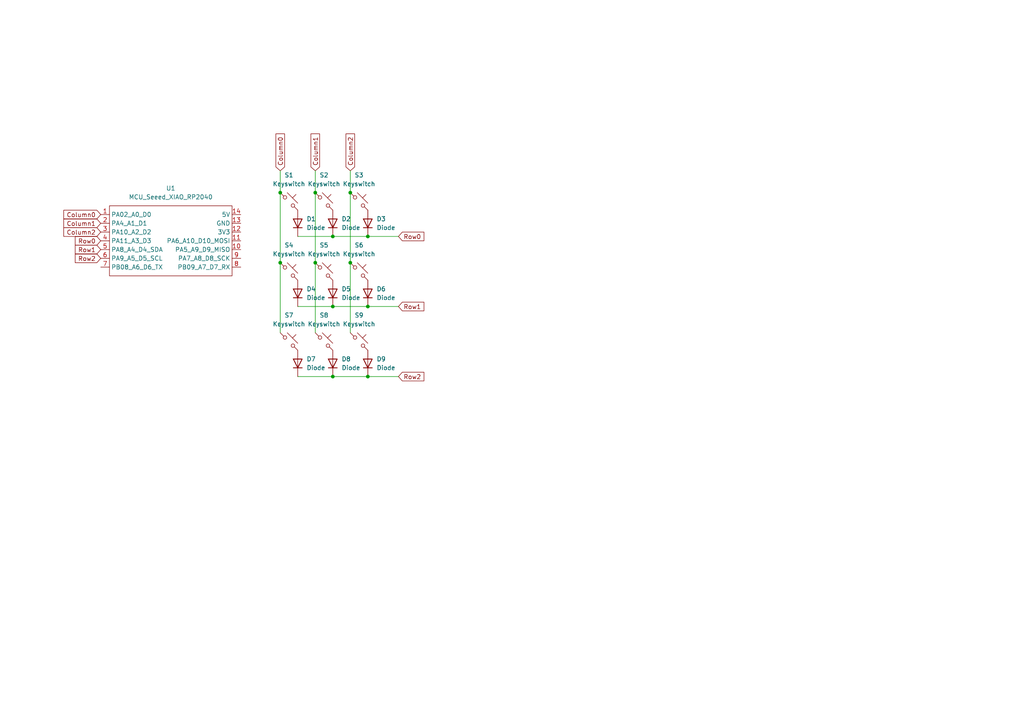
<source format=kicad_sch>
(kicad_sch (version 20250114) (generator "eeschema") (generator_version "9.0")
  (paper "A4")
  (lib_symbols
    (symbol "Keebs:MCU_Seeed_XIAO_RP2040"
      (property "Reference" "U" (at -16.51 11.43 0))
      (property "Value" "MCU_Seeed_XIAO_RP2040" (at -3.81 -11.43 0))
      (symbol "MCU_Seeed_XIAO_RP2040_0_1"
        (rectangle (start -16.51 10.16) (end 19.05 -10.16))
      )
      (symbol "MCU_Seeed_XIAO_RP2040_1_1"
        (pin passive line (at -19.05 7.62 0) (length 2.54) (name "PA02_A0_D0") (number "1"))
        (pin passive line (at -19.05 5.08 0) (length 2.54) (name "PA4_A1_D1") (number "2"))
        (pin passive line (at -19.05 2.54 0) (length 2.54) (name "PA10_A2_D2") (number "3"))
        (pin passive line (at -19.05 0 0) (length 2.54) (name "PA11_A3_D3") (number "4"))
        (pin passive line (at -19.05 -2.54 0) (length 2.54) (name "PA8_A4_D4_SDA") (number "5"))
        (pin passive line (at -19.05 -5.08 0) (length 2.54) (name "PA9_A5_D5_SCL") (number "6"))
        (pin passive line (at -19.05 -7.62 0) (length 2.54) (name "PB08_A6_D6_TX") (number "7"))
        (pin passive line (at 21.59 7.62 180) (length 2.54) (name "5V") (number "14"))
        (pin passive line (at 21.59 5.08 180) (length 2.54) (name "GND") (number "13"))
        (pin passive line (at 21.59 2.54 180) (length 2.54) (name "3V3") (number "12"))
        (pin passive line (at 21.59 0 180) (length 2.54) (name "PA6_A10_D10_MOSI") (number "11"))
        (pin passive line (at 21.59 -2.54 180) (length 2.54) (name "PA5_A9_D9_MISO") (number "10"))
        (pin passive line (at 21.59 -5.08 180) (length 2.54) (name "PA7_A8_D8_SCK") (number "9"))
        (pin passive line (at 21.59 -7.62 180) (length 2.54) (name "PB09_A7_D7_RX") (number "8"))
      )
    )
    (symbol "Keebs:Placeholder_Diode" (pin_numbers (hide yes)) (pin_names (hide yes))
      (property "Reference" "D" (at 0 2.54 0))
      (property "Value" "Diode" (at 0 -2.54 0))
      (symbol "Placeholder_Diode_0_1"
        (polyline (pts (xy -1.27 1.27) (xy -1.27 -1.27)) (stroke (width 0.254)))
        (polyline (pts (xy 1.27 1.27) (xy 1.27 -1.27) (xy -1.27 0) (xy 1.27 1.27)) (stroke (width 0.254)))
        (polyline (pts (xy 1.27 0) (xy -1.27 0)))
      )
      (symbol "Placeholder_Diode_1_1"
        (pin passive line (at -3.81 0 0) (length 2.54) (name "K") (number "1"))
        (pin passive line (at 3.81 0 180) (length 2.54) (name "A") (number "2"))
      )
    )
    (symbol "Keebs:Placeholder_Keyswitch" (pin_numbers (hide yes)) (pin_names (offset 1.016) (hide yes))
      (property "Reference" "S" (at 3.048 1.016 0))
      (property "Value" "Keyswitch" (at 0 -3.81 0))
      (symbol "Placeholder_Keyswitch_0_1"
        (polyline (pts (xy -2.54 2.54) (xy -1.524 1.524) (xy -1.524 1.524)))
        (circle (center -1.1684 1.1684) (radius 0.508))
        (polyline (pts (xy -0.508 2.54) (xy 2.54 -0.508)))
        (polyline (pts (xy 1.016 1.016) (xy 2.032 2.032)))
        (circle (center 1.143 -1.1938) (radius 0.508))
        (polyline (pts (xy 1.524 -1.524) (xy 2.54 -2.54) (xy 2.54 -2.54) (xy 2.54 -2.54)))
        (pin passive line (at -2.54 2.54 0) (length 0) (name "1") (number "1"))
        (pin passive line (at 2.54 -2.54 180) (length 0) (name "2") (number "2"))
      )
    )
  )
  (junction (at 96.52 88.9))
  (junction (at 81.28 76.2))
  (junction (at 91.44 76.2))
  (junction (at 81.28 55.88))
  (junction (at 101.6 76.2))
  (junction (at 106.68 88.9))
  (junction (at 96.52 68.58))
  (junction (at 91.44 55.88))
  (junction (at 101.6 55.88))
  (junction (at 106.68 68.58))
  (junction (at 96.52 109.22))
  (junction (at 106.68 109.22))
  (wire (pts (xy 96.52 68.58) (xy 106.68 68.58)))
  (wire (pts (xy 101.6 55.88) (xy 101.6 76.2)))
  (wire (pts (xy 96.52 88.9) (xy 106.68 88.9)))
  (wire (pts (xy 86.36 109.22) (xy 96.52 109.22)))
  (wire (pts (xy 91.44 55.88) (xy 91.44 76.2)))
  (wire (pts (xy 81.28 76.2) (xy 81.28 96.52)))
  (wire (pts (xy 96.52 109.22) (xy 106.68 109.22)))
  (wire (pts (xy 81.28 49.53) (xy 81.28 55.88)))
  (wire (pts (xy 81.28 55.88) (xy 81.28 76.2)))
  (wire (pts (xy 106.68 109.22) (xy 115.57 109.22)))
  (wire (pts (xy 106.68 88.9) (xy 115.57 88.9)))
  (wire (pts (xy 101.6 49.53) (xy 101.6 55.88)))
  (wire (pts (xy 86.36 88.9) (xy 96.52 88.9)))
  (wire (pts (xy 101.6 76.2) (xy 101.6 96.52)))
  (wire (pts (xy 86.36 68.58) (xy 96.52 68.58)))
  (wire (pts (xy 91.44 76.2) (xy 91.44 96.52)))
  (wire (pts (xy 91.44 49.53) (xy 91.44 55.88)))
  (wire (pts (xy 115.57 68.58) (xy 106.68 68.58)))
  (global_label "Row1" (shape input) (at 29.21 72.39 180) (property "Intersheetrefs" "${INTERSHEET_REFS}" (effects (hide yes))))
  (global_label "Row2" (shape input) (at 29.21 74.93 180) (property "Intersheetrefs" "${INTERSHEET_REFS}" (effects (hide yes))))
  (global_label "Column0" (shape input) (at 81.28 49.53 90) (property "Intersheetrefs" "${INTERSHEET_REFS}" (effects (hide yes))))
  (global_label "Column2" (shape input) (at 101.6 49.53 90) (property "Intersheetrefs" "${INTERSHEET_REFS}" (effects (hide yes))))
  (global_label "Column1" (shape input) (at 91.44 49.53 90) (property "Intersheetrefs" "${INTERSHEET_REFS}" (effects (hide yes))))
  (global_label "Row0" (shape input) (at 29.21 69.85 180) (property "Intersheetrefs" "${INTERSHEET_REFS}" (effects (hide yes))))
  (global_label "Column0" (shape input) (at 29.21 62.23 180) (property "Intersheetrefs" "${INTERSHEET_REFS}" (effects (hide yes))))
  (global_label "Row1" (shape input) (at 115.57 88.9 0) (property "Intersheetrefs" "${INTERSHEET_REFS}" (effects (hide yes))))
  (global_label "Column1" (shape input) (at 29.21 64.77 180) (property "Intersheetrefs" "${INTERSHEET_REFS}" (effects (hide yes))))
  (global_label "Row2" (shape input) (at 115.57 109.22 0) (property "Intersheetrefs" "${INTERSHEET_REFS}" (effects (hide yes))))
  (global_label "Row0" (shape input) (at 115.57 68.58 0) (property "Intersheetrefs" "${INTERSHEET_REFS}" (effects (hide yes))))
  (global_label "Column2" (shape input) (at 29.21 67.31 180) (property "Intersheetrefs" "${INTERSHEET_REFS}" (effects (hide yes))))
  (symbol (lib_id "Keebs:Placeholder_Diode") (at 96.52 85.09 90) (unit 1)
    (property "Reference" "D5" (at 99.06 83.8199 90) (effects (justify right)))
    (property "Value" "Diode" (at 99.06 86.3599 90) (effects (justify right)))
    (property "Footprint" "ScottoKeebs_Components:Diode_DO-35" (effects (hide yes)))
    (property "Description" "1N4148 (DO-35) or 1N4148W (SOD-123)" (effects (hide yes)))
    (property "Sim.Device" "D" (effects (hide yes)))
    (property "Sim.Pins" "1=K 2=A" (effects (hide yes)))
  )
  (symbol (lib_id "Keebs:Placeholder_Diode") (at 86.36 85.09 90) (unit 1)
    (property "Reference" "D4" (at 88.9 83.8199 90) (effects (justify right)))
    (property "Value" "Diode" (at 88.9 86.3599 90) (effects (justify right)))
    (property "Footprint" "ScottoKeebs_Components:Diode_DO-35" (effects (hide yes)))
    (property "Description" "1N4148 (DO-35) or 1N4148W (SOD-123)" (effects (hide yes)))
    (property "Sim.Device" "D" (effects (hide yes)))
    (property "Sim.Pins" "1=K 2=A" (effects (hide yes)))
  )
  (symbol (lib_id "Keebs:Placeholder_Diode") (at 86.36 64.77 90) (unit 1)
    (property "Reference" "D1" (at 88.9 63.4999 90) (effects (justify right)))
    (property "Value" "Diode" (at 88.9 66.0399 90) (effects (justify right)))
    (property "Footprint" "ScottoKeebs_Components:Diode_DO-35" (effects (hide yes)))
    (property "Description" "1N4148 (DO-35) or 1N4148W (SOD-123)" (effects (hide yes)))
    (property "Sim.Device" "D" (effects (hide yes)))
    (property "Sim.Pins" "1=K 2=A" (effects (hide yes)))
  )
  (symbol (lib_id "Keebs:Placeholder_Diode") (at 106.68 105.41 90) (unit 1)
    (property "Reference" "D9" (at 109.22 104.1399 90) (effects (justify right)))
    (property "Value" "Diode" (at 109.22 106.6799 90) (effects (justify right)))
    (property "Footprint" "ScottoKeebs_Components:Diode_DO-35" (effects (hide yes)))
    (property "Description" "1N4148 (DO-35) or 1N4148W (SOD-123)" (effects (hide yes)))
    (property "Sim.Device" "D" (effects (hide yes)))
    (property "Sim.Pins" "1=K 2=A" (effects (hide yes)))
  )
  (symbol (lib_id "Keebs:Placeholder_Keyswitch") (at 93.98 99.06 0) (unit 1)
    (property "Reference" "S8" (at 93.98 91.44 0))
    (property "Value" "Keyswitch" (at 93.98 93.98 0))
    (property "Footprint" "ScottoKeebs_MX:MX_PCB_1.00u" (effects (hide yes)))
    (property "Description" "Push button switch, normally open, two pins, 45° tilted" (effects (hide yes)))
  )
  (symbol (lib_id "Keebs:Placeholder_Diode") (at 96.52 105.41 90) (unit 1)
    (property "Reference" "D8" (at 99.06 104.1399 90) (effects (justify right)))
    (property "Value" "Diode" (at 99.06 106.6799 90) (effects (justify right)))
    (property "Footprint" "ScottoKeebs_Components:Diode_DO-35" (effects (hide yes)))
    (property "Description" "1N4148 (DO-35) or 1N4148W (SOD-123)" (effects (hide yes)))
    (property "Sim.Device" "D" (effects (hide yes)))
    (property "Sim.Pins" "1=K 2=A" (effects (hide yes)))
  )
  (symbol (lib_id "Keebs:Placeholder_Diode") (at 96.52 64.77 90) (unit 1)
    (property "Reference" "D2" (at 99.06 63.4999 90) (effects (justify right)))
    (property "Value" "Diode" (at 99.06 66.0399 90) (effects (justify right)))
    (property "Footprint" "ScottoKeebs_Components:Diode_DO-35" (effects (hide yes)))
    (property "Description" "1N4148 (DO-35) or 1N4148W (SOD-123)" (effects (hide yes)))
    (property "Sim.Device" "D" (effects (hide yes)))
    (property "Sim.Pins" "1=K 2=A" (effects (hide yes)))
  )
  (symbol (lib_id "Keebs:Placeholder_Keyswitch") (at 93.98 78.74 0) (unit 1)
    (property "Reference" "S5" (at 93.98 71.12 0))
    (property "Value" "Keyswitch" (at 93.98 73.66 0))
    (property "Footprint" "ScottoKeebs_MX:MX_PCB_1.00u" (effects (hide yes)))
    (property "Description" "Push button switch, normally open, two pins, 45° tilted" (effects (hide yes)))
  )
  (symbol (lib_id "Keebs:Placeholder_Diode") (at 106.68 64.77 90) (unit 1)
    (property "Reference" "D3" (at 109.22 63.4999 90) (effects (justify right)))
    (property "Value" "Diode" (at 109.22 66.0399 90) (effects (justify right)))
    (property "Footprint" "ScottoKeebs_Components:Diode_DO-35" (effects (hide yes)))
    (property "Description" "1N4148 (DO-35) or 1N4148W (SOD-123)" (effects (hide yes)))
    (property "Sim.Device" "D" (effects (hide yes)))
    (property "Sim.Pins" "1=K 2=A" (effects (hide yes)))
  )
  (symbol (lib_id "Keebs:Placeholder_Keyswitch") (at 83.82 58.42 0) (unit 1)
    (property "Reference" "S1" (at 83.82 50.8 0))
    (property "Value" "Keyswitch" (at 83.82 53.34 0))
    (property "Footprint" "ScottoKeebs_MX:MX_PCB_1.00u" (effects (hide yes)))
    (property "Description" "Push button switch, normally open, two pins, 45° tilted" (effects (hide yes)))
  )
  (symbol (lib_id "Keebs:MCU_Seeed_XIAO_RP2040") (at 48.26 69.85 0) (unit 1)
    (property "Reference" "U1" (at 49.53 54.61 0))
    (property "Value" "MCU_Seeed_XIAO_RP2040" (at 49.53 57.15 0))
    (property "Footprint" "ScottoKeebs_MCU:Seeed_XIAO_RP2040" (effects (hide yes)))
  )
  (symbol (lib_id "Keebs:Placeholder_Diode") (at 86.36 105.41 90) (unit 1)
    (property "Reference" "D7" (at 88.9 104.1399 90) (effects (justify right)))
    (property "Value" "Diode" (at 88.9 106.6799 90) (effects (justify right)))
    (property "Footprint" "ScottoKeebs_Components:Diode_DO-35" (effects (hide yes)))
    (property "Description" "1N4148 (DO-35) or 1N4148W (SOD-123)" (effects (hide yes)))
    (property "Sim.Device" "D" (effects (hide yes)))
    (property "Sim.Pins" "1=K 2=A" (effects (hide yes)))
  )
  (symbol (lib_id "Keebs:Placeholder_Keyswitch") (at 104.14 58.42 0) (unit 1)
    (property "Reference" "S3" (at 104.14 50.8 0))
    (property "Value" "Keyswitch" (at 104.14 53.34 0))
    (property "Footprint" "ScottoKeebs_MX:MX_PCB_1.00u" (effects (hide yes)))
    (property "Description" "Push button switch, normally open, two pins, 45° tilted" (effects (hide yes)))
  )
  (symbol (lib_id "Keebs:Placeholder_Keyswitch") (at 83.82 78.74 0) (unit 1)
    (property "Reference" "S4" (at 83.82 71.12 0))
    (property "Value" "Keyswitch" (at 83.82 73.66 0))
    (property "Footprint" "ScottoKeebs_MX:MX_PCB_1.00u" (effects (hide yes)))
    (property "Description" "Push button switch, normally open, two pins, 45° tilted" (effects (hide yes)))
  )
  (symbol (lib_id "Keebs:Placeholder_Keyswitch") (at 104.14 78.74 0) (unit 1)
    (property "Reference" "S6" (at 104.14 71.12 0))
    (property "Value" "Keyswitch" (at 104.14 73.66 0))
    (property "Footprint" "ScottoKeebs_MX:MX_PCB_1.00u" (effects (hide yes)))
    (property "Description" "Push button switch, normally open, two pins, 45° tilted" (effects (hide yes)))
  )
  (symbol (lib_id "Keebs:Placeholder_Keyswitch") (at 104.14 99.06 0) (unit 1)
    (property "Reference" "S9" (at 104.14 91.44 0))
    (property "Value" "Keyswitch" (at 104.14 93.98 0))
    (property "Footprint" "ScottoKeebs_MX:MX_PCB_1.00u" (effects (hide yes)))
    (property "Description" "Push button switch, normally open, two pins, 45° tilted" (effects (hide yes)))
  )
  (symbol (lib_id "Keebs:Placeholder_Diode") (at 106.68 85.09 90) (unit 1)
    (property "Reference" "D6" (at 109.22 83.8199 90) (effects (justify right)))
    (property "Value" "Diode" (at 109.22 86.3599 90) (effects (justify right)))
    (property "Footprint" "ScottoKeebs_Components:Diode_DO-35" (effects (hide yes)))
    (property "Description" "1N4148 (DO-35) or 1N4148W (SOD-123)" (effects (hide yes)))
    (property "Sim.Device" "D" (effects (hide yes)))
    (property "Sim.Pins" "1=K 2=A" (effects (hide yes)))
  )
  (symbol (lib_id "Keebs:Placeholder_Keyswitch") (at 93.98 58.42 0) (unit 1)
    (property "Reference" "S2" (at 93.98 50.8 0))
    (property "Value" "Keyswitch" (at 93.98 53.34 0))
    (property "Footprint" "ScottoKeebs_MX:MX_PCB_1.00u" (effects (hide yes)))
    (property "Description" "Push button switch, normally open, two pins, 45° tilted" (effects (hide yes)))
  )
  (symbol (lib_id "Keebs:Placeholder_Keyswitch") (at 83.82 99.06 0) (unit 1)
    (property "Reference" "S7" (at 83.82 91.44 0))
    (property "Value" "Keyswitch" (at 83.82 93.98 0))
    (property "Footprint" "ScottoKeebs_MX:MX_PCB_1.00u" (effects (hide yes)))
    (property "Description" "Push button switch, normally open, two pins, 45° tilted" (effects (hide yes)))
  )
)
</source>
